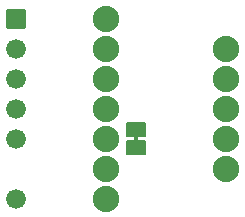
<source format=gts>
G04 Layer: TopSolderMaskLayer*
G04 EasyEDA v6.5.22, 2023-01-09 16:32:10*
G04 a5f1863f92214070b907f627d0471349,a9f00e695b414744abbaf3eb758947ea,10*
G04 Gerber Generator version 0.2*
G04 Scale: 100 percent, Rotated: No, Reflected: No *
G04 Dimensions in millimeters *
G04 leading zeros omitted , absolute positions ,4 integer and 5 decimal *
%FSLAX45Y45*%
%MOMM*%

%AMMACRO1*4,1,24,-0.8001,-0.635,-0.8153,-0.6325,-0.8306,-0.6248,-0.8407,-0.6147,-0.8484,-0.5994,-0.8509,-0.5842,-0.8509,0.5842,-0.8484,0.5994,-0.8407,0.6147,-0.8306,0.6248,-0.8153,0.6325,-0.8001,0.635,0.8001,0.635,0.8153,0.6325,0.8306,0.6248,0.8407,0.6147,0.8484,0.5994,0.8509,0.5842,0.8509,-0.5842,0.8484,-0.5994,0.8407,-0.6147,0.8306,-0.6248,0.8153,-0.6325,0.8001,-0.635,-0.8001,-0.635,0*%
%AMMACRO2*1,1,$1,$2,$3*1,1,$1,$4,$5*1,1,$1,0-$2,0-$3*1,1,$1,0-$4,0-$5*20,1,$1,$2,$3,$4,$5,0*20,1,$1,$4,$5,0-$2,0-$3,0*20,1,$1,0-$2,0-$3,0-$4,0-$5,0*20,1,$1,0-$4,0-$5,$2,$3,0*4,1,4,$2,$3,$4,$5,0-$2,0-$3,0-$4,0-$5,$2,$3,0*%
%ADD10MACRO1*%
%ADD11MACRO2,0.1016X0.1016X0.3175X0.1016X-0.3175*%
%ADD12C,1.6764*%
%ADD13MACRO2,0.1016X0.7874X0.7874X0.7874X-0.7874*%
%ADD14C,2.2352*%

%LPD*%
D10*
G01*
X1524000Y4495800D03*
G01*
X1524000Y4648200D03*
D11*
G01*
X1524000Y4572000D03*
D12*
G01*
X508000Y4572000D03*
G01*
X508000Y4826000D03*
G01*
X508000Y5080000D03*
G01*
X508000Y5334000D03*
D13*
G01*
X508000Y5588000D03*
D12*
G01*
X508000Y4064000D03*
D14*
G01*
X1270076Y5588076D03*
G01*
X1270076Y5334076D03*
G01*
X1270076Y5080076D03*
G01*
X1270076Y4826076D03*
G01*
X1270076Y4572076D03*
G01*
X1270076Y4318076D03*
G01*
X1270076Y4064076D03*
G01*
X2286076Y5334076D03*
G01*
X2286076Y5080076D03*
G01*
X2286076Y4826076D03*
G01*
X2286076Y4572076D03*
G01*
X2286076Y4318076D03*
M02*

</source>
